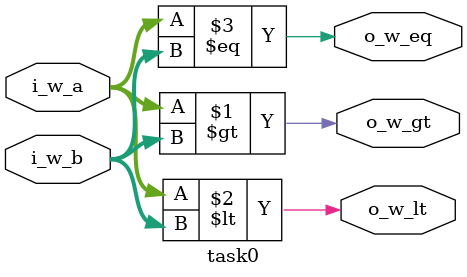
<source format=v>
module task0 #(
    parameter p_width = 1
) (
    output wire o_w_gt,
    output wire o_w_lt,
    output wire o_w_eq,
    input wire [p_width:0] i_w_a,
    input wire [p_width:0] i_w_b
);

    //TODO 1: Implement adder
    assign o_w_gt = i_w_a > i_w_b;
    assign o_w_lt = i_w_a < i_w_b;
    assign o_w_eq = i_w_a == i_w_b;
endmodule
</source>
